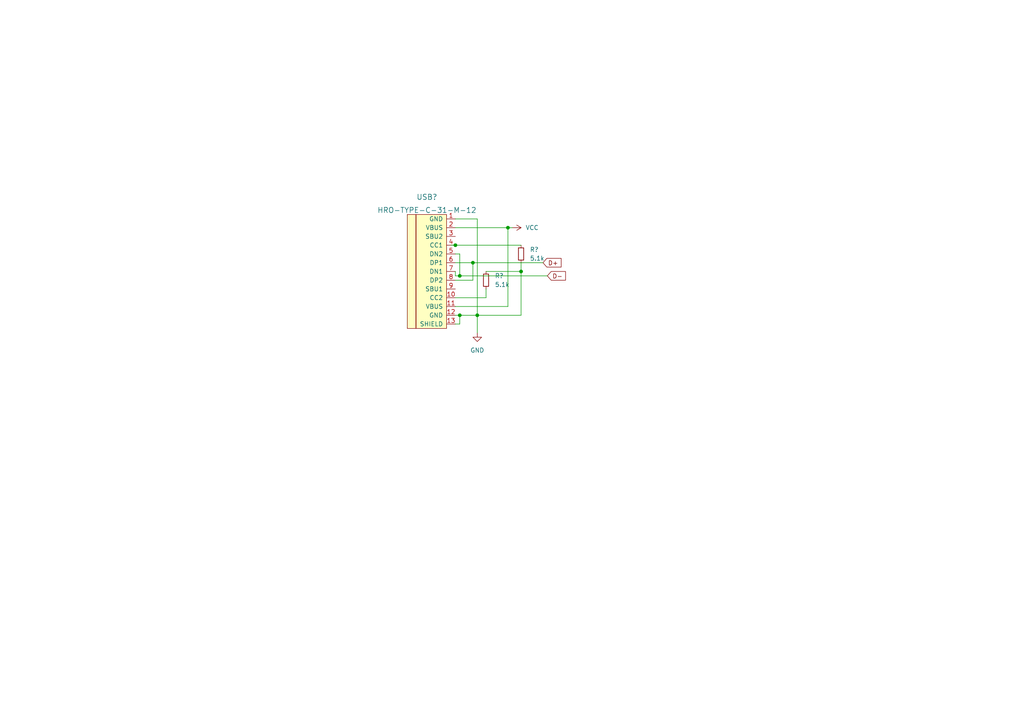
<source format=kicad_sch>
(kicad_sch (version 20211123) (generator eeschema)
  (paper "A4")
  (lib_symbols
    (symbol "Device:R_Small" (pin_numbers hide) (pin_names (offset 0.254) hide)
      (property "Reference" "R" (at 0.762 0.508 0))
      (property "Value" "R_Small" (at 0.762 -1.016 0))
      (symbol "R_Small_0_1"
        (rectangle (start -0.762 1.778) (end 0.762 -1.778) (stroke (width 0.2032)))
      )
      (symbol "R_Small_1_1"
        (pin passive line (at 0 2.54 270) (length 0.762) (name "~") (number "1"))
        (pin passive line (at 0 -2.54 90) (length 0.762) (name "~") (number "2"))
      )
    )
    (symbol "Type-C:HRO-TYPE-C-31-M-12" (pin_names (offset 1.016))
      (property "Reference" "USB" (at -5.08 16.51 0))
      (property "Value" "HRO-TYPE-C-31-M-12" (at -10.16 -1.27 90))
      (symbol "HRO-TYPE-C-31-M-12_0_1"
        (rectangle (start -11.43 15.24) (end -8.89 -17.78) (fill (type background)))
        (rectangle (start 0 -17.78) (end -8.89 15.24) (fill (type background)))
      )
      (symbol "HRO-TYPE-C-31-M-12_1_1"
        (pin input line (at 2.54 13.97 180) (length 2.54) (name "GND") (number "1"))
        (pin input line (at 2.54 -8.89 180) (length 2.54) (name "CC2") (number "10"))
        (pin input line (at 2.54 -11.43 180) (length 2.54) (name "VBUS") (number "11"))
        (pin input line (at 2.54 -13.97 180) (length 2.54) (name "GND") (number "12"))
        (pin input line (at 2.54 -16.51 180) (length 2.54) (name "SHIELD") (number "13"))
        (pin input line (at 2.54 11.43 180) (length 2.54) (name "VBUS") (number "2"))
        (pin input line (at 2.54 8.89 180) (length 2.54) (name "SBU2") (number "3"))
        (pin input line (at 2.54 6.35 180) (length 2.54) (name "CC1") (number "4"))
        (pin input line (at 2.54 3.81 180) (length 2.54) (name "DN2") (number "5"))
        (pin input line (at 2.54 1.27 180) (length 2.54) (name "DP1") (number "6"))
        (pin input line (at 2.54 -1.27 180) (length 2.54) (name "DN1") (number "7"))
        (pin input line (at 2.54 -3.81 180) (length 2.54) (name "DP2") (number "8"))
        (pin input line (at 2.54 -6.35 180) (length 2.54) (name "SBU1") (number "9"))
      )
    )
    (symbol "power:GND" (power) (pin_names (offset 0))
      (property "Value" "GND" (at 0 -3.81 0))
      (symbol "GND_0_1"
        (polyline (pts (xy 0 0) (xy 0 -1.27) (xy 1.27 -1.27) (xy 0 -2.54) (xy -1.27 -1.27) (xy 0 -1.27)))
      )
      (symbol "GND_1_1"
        (pin power_in line (at 0 0 270) (length 0) hide (name "GND") (number "1"))
      )
    )
    (symbol "power:VCC" (power) (pin_names (offset 0))
      (property "Value" "VCC" (at 0 3.81 0))
      (symbol "VCC_0_1"
        (polyline (pts (xy -0.762 1.27) (xy 0 2.54)))
        (polyline (pts (xy 0 0) (xy 0 2.54)))
        (polyline (pts (xy 0 2.54) (xy 0.762 1.27)))
      )
      (symbol "VCC_1_1"
        (pin power_in line (at 0 0 90) (length 0) hide (name "VCC") (number "1"))
      )
    )
  )
  (junction (at 151.13 78.74))
  (junction (at 133.35 80.01))
  (junction (at 147.32 66.04))
  (junction (at 138.43 91.44))
  (junction (at 132.08 71.12))
  (junction (at 133.35 91.44))
  (junction (at 137.16 76.2))
  (wire (pts (xy 137.16 81.28) (xy 137.16 76.2)))
  (wire (pts (xy 132.08 91.44) (xy 133.35 91.44)))
  (wire (pts (xy 140.97 78.74) (xy 151.13 78.74)))
  (wire (pts (xy 132.08 73.66) (xy 133.35 73.66)))
  (wire (pts (xy 138.43 91.44) (xy 138.43 63.5)))
  (wire (pts (xy 132.08 63.5) (xy 138.43 63.5)))
  (wire (pts (xy 133.35 93.98) (xy 133.35 91.44)))
  (wire (pts (xy 132.08 86.36) (xy 140.97 86.36)))
  (wire (pts (xy 147.32 66.04) (xy 148.59 66.04)))
  (wire (pts (xy 140.97 83.82) (xy 140.97 86.36)))
  (wire (pts (xy 133.35 91.44) (xy 138.43 91.44)))
  (wire (pts (xy 151.13 76.2) (xy 151.13 78.74)))
  (wire (pts (xy 151.13 91.44) (xy 138.43 91.44)))
  (wire (pts (xy 130.81 71.12) (xy 132.08 71.12)))
  (wire (pts (xy 132.08 66.04) (xy 147.32 66.04)))
  (wire (pts (xy 133.35 80.01) (xy 158.75 80.01)))
  (wire (pts (xy 132.08 93.98) (xy 133.35 93.98)))
  (wire (pts (xy 132.08 81.28) (xy 137.16 81.28)))
  (wire (pts (xy 151.13 78.74) (xy 151.13 91.44)))
  (wire (pts (xy 132.08 80.01) (xy 133.35 80.01)))
  (wire (pts (xy 132.08 76.2) (xy 137.16 76.2)))
  (wire (pts (xy 138.43 96.52) (xy 138.43 91.44)))
  (wire (pts (xy 132.08 88.9) (xy 147.32 88.9)))
  (wire (pts (xy 133.35 73.66) (xy 133.35 80.01)))
  (wire (pts (xy 132.08 80.01) (xy 132.08 78.74)))
  (wire (pts (xy 132.08 71.12) (xy 151.13 71.12)))
  (wire (pts (xy 147.32 88.9) (xy 147.32 66.04)))
  (wire (pts (xy 137.16 76.2) (xy 157.48 76.2)))
  (global_label "D-" (shape input) (at 158.75 80.01 0) (property "Intersheet References" "${INTERSHEET_REFS}" (effects hide)))
  (global_label "D+" (shape input) (at 157.48 76.2 0) (property "Intersheet References" "${INTERSHEET_REFS}" (effects hide)))
  (symbol (lib_id "Type-C:HRO-TYPE-C-31-M-12") (at 129.54 77.47 0) (unit 1)
    (property "Reference" "USB?" (at 123.825 57.15 0) (effects (font (size 1.524 1.524))))
    (property "Value" "HRO-TYPE-C-31-M-12" (at 123.825 60.96 0) (effects (font (size 1.524 1.524))))
    (property "Footprint" "Type-C:HRO-TYPE-C-31-M-12-HandSoldering" (effects hide))
    (property "JLPCB Part" " C165948 " (effects hide))
  )
  (symbol (lib_id "power:VCC") (at 148.59 66.04 270) (unit 1)
    (property "Reference" "#PWR?" (effects hide))
    (property "Value" "VCC" (at 152.4 66.0399 90) (effects (justify left)))
  )
  (symbol (lib_id "power:GND") (at 138.43 96.52 0) (unit 1)
    (property "Reference" "#PWR?" (effects hide))
    (property "Value" "GND" (at 138.43 101.6 0))
  )
  (symbol (lib_id "Device:R_Small") (at 151.13 73.66 0) (unit 1)
    (property "Reference" "R?" (at 153.67 72.3899 0) (effects (justify left)))
    (property "Value" "5.1k" (at 153.67 74.9299 0) (effects (justify left)))
    (property "Footprint" "Resistor_SMD:R_0805_2012Metric_Pad1.20x1.40mm_HandSolder" (effects hide))
  )
  (symbol (lib_id "Device:R_Small") (at 140.97 81.28 0) (unit 1)
    (property "Reference" "R?" (at 143.51 80.0099 0) (effects (justify left)))
    (property "Value" "5.1k" (at 143.51 82.5499 0) (effects (justify left)))
    (property "Footprint" "Resistor_SMD:R_0805_2012Metric_Pad1.20x1.40mm_HandSolder" (effects hide))
  )
)
</source>
